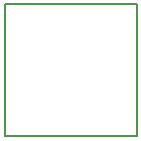
<source format=gbr>
G04 #@! TF.GenerationSoftware,KiCad,Pcbnew,(5.0.1)-3*
G04 #@! TF.CreationDate,2019-01-10T16:40:56-07:00*
G04 #@! TF.ProjectId,MCP4151-Pin-Swap,4D4350343135312D50696E2D53776170,rev?*
G04 #@! TF.SameCoordinates,Original*
G04 #@! TF.FileFunction,Profile,NP*
%FSLAX46Y46*%
G04 Gerber Fmt 4.6, Leading zero omitted, Abs format (unit mm)*
G04 Created by KiCad (PCBNEW (5.0.1)-3) date 2019-01-10 4:40:56 PM*
%MOMM*%
%LPD*%
G01*
G04 APERTURE LIST*
%ADD10C,0.200000*%
G04 APERTURE END LIST*
D10*
X219202000Y-130302000D02*
X219202000Y-141478000D01*
X230378000Y-130302000D02*
X219202000Y-130302000D01*
X230378000Y-141478000D02*
X230378000Y-130302000D01*
X219202000Y-141478000D02*
X230378000Y-141478000D01*
M02*

</source>
